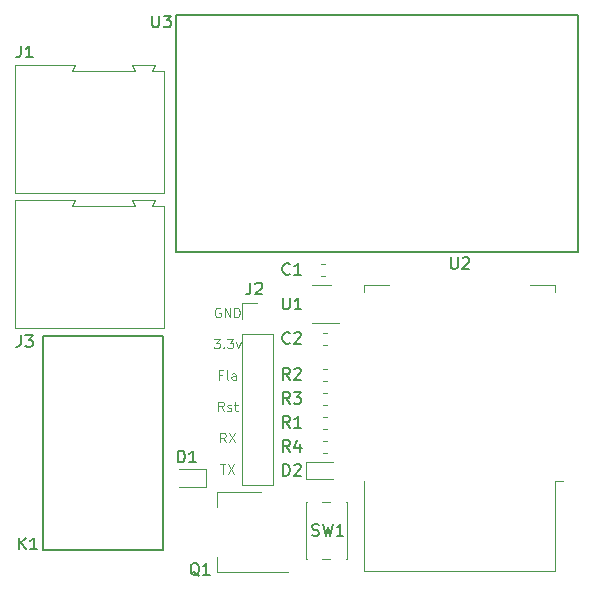
<source format=gto>
G04 #@! TF.GenerationSoftware,KiCad,Pcbnew,5.1.9-73d0e3b20d~88~ubuntu20.04.1*
G04 #@! TF.CreationDate,2021-03-26T20:06:38+01:00*
G04 #@! TF.ProjectId,AC Relay,41432052-656c-4617-992e-6b696361645f,rev?*
G04 #@! TF.SameCoordinates,Original*
G04 #@! TF.FileFunction,Legend,Top*
G04 #@! TF.FilePolarity,Positive*
%FSLAX46Y46*%
G04 Gerber Fmt 4.6, Leading zero omitted, Abs format (unit mm)*
G04 Created by KiCad (PCBNEW 5.1.9-73d0e3b20d~88~ubuntu20.04.1) date 2021-03-26 20:06:38*
%MOMM*%
%LPD*%
G01*
G04 APERTURE LIST*
%ADD10C,0.125000*%
%ADD11C,0.150000*%
%ADD12C,0.120000*%
G04 APERTURE END LIST*
D10*
X86766476Y-72858000D02*
X86690285Y-72819904D01*
X86576000Y-72819904D01*
X86461714Y-72858000D01*
X86385523Y-72934190D01*
X86347428Y-73010380D01*
X86309333Y-73162761D01*
X86309333Y-73277047D01*
X86347428Y-73429428D01*
X86385523Y-73505619D01*
X86461714Y-73581809D01*
X86576000Y-73619904D01*
X86652190Y-73619904D01*
X86766476Y-73581809D01*
X86804571Y-73543714D01*
X86804571Y-73277047D01*
X86652190Y-73277047D01*
X87147428Y-73619904D02*
X87147428Y-72819904D01*
X87604571Y-73619904D01*
X87604571Y-72819904D01*
X87985523Y-73619904D02*
X87985523Y-72819904D01*
X88176000Y-72819904D01*
X88290285Y-72858000D01*
X88366476Y-72934190D01*
X88404571Y-73010380D01*
X88442666Y-73162761D01*
X88442666Y-73277047D01*
X88404571Y-73429428D01*
X88366476Y-73505619D01*
X88290285Y-73581809D01*
X88176000Y-73619904D01*
X87985523Y-73619904D01*
X86233142Y-75469904D02*
X86728380Y-75469904D01*
X86461714Y-75774666D01*
X86576000Y-75774666D01*
X86652190Y-75812761D01*
X86690285Y-75850857D01*
X86728380Y-75927047D01*
X86728380Y-76117523D01*
X86690285Y-76193714D01*
X86652190Y-76231809D01*
X86576000Y-76269904D01*
X86347428Y-76269904D01*
X86271238Y-76231809D01*
X86233142Y-76193714D01*
X87071238Y-76193714D02*
X87109333Y-76231809D01*
X87071238Y-76269904D01*
X87033142Y-76231809D01*
X87071238Y-76193714D01*
X87071238Y-76269904D01*
X87376000Y-75469904D02*
X87871238Y-75469904D01*
X87604571Y-75774666D01*
X87718857Y-75774666D01*
X87795047Y-75812761D01*
X87833142Y-75850857D01*
X87871238Y-75927047D01*
X87871238Y-76117523D01*
X87833142Y-76193714D01*
X87795047Y-76231809D01*
X87718857Y-76269904D01*
X87490285Y-76269904D01*
X87414095Y-76231809D01*
X87376000Y-76193714D01*
X88137904Y-75736571D02*
X88328380Y-76269904D01*
X88518857Y-75736571D01*
X86918857Y-78500857D02*
X86652190Y-78500857D01*
X86652190Y-78919904D02*
X86652190Y-78119904D01*
X87033142Y-78119904D01*
X87452190Y-78919904D02*
X87376000Y-78881809D01*
X87337904Y-78805619D01*
X87337904Y-78119904D01*
X88099809Y-78919904D02*
X88099809Y-78500857D01*
X88061714Y-78424666D01*
X87985523Y-78386571D01*
X87833142Y-78386571D01*
X87756952Y-78424666D01*
X88099809Y-78881809D02*
X88023619Y-78919904D01*
X87833142Y-78919904D01*
X87756952Y-78881809D01*
X87718857Y-78805619D01*
X87718857Y-78729428D01*
X87756952Y-78653238D01*
X87833142Y-78615142D01*
X88023619Y-78615142D01*
X88099809Y-78577047D01*
X87071238Y-81569904D02*
X86804571Y-81188952D01*
X86614095Y-81569904D02*
X86614095Y-80769904D01*
X86918857Y-80769904D01*
X86995047Y-80808000D01*
X87033142Y-80846095D01*
X87071238Y-80922285D01*
X87071238Y-81036571D01*
X87033142Y-81112761D01*
X86995047Y-81150857D01*
X86918857Y-81188952D01*
X86614095Y-81188952D01*
X87376000Y-81531809D02*
X87452190Y-81569904D01*
X87604571Y-81569904D01*
X87680761Y-81531809D01*
X87718857Y-81455619D01*
X87718857Y-81417523D01*
X87680761Y-81341333D01*
X87604571Y-81303238D01*
X87490285Y-81303238D01*
X87414095Y-81265142D01*
X87376000Y-81188952D01*
X87376000Y-81150857D01*
X87414095Y-81074666D01*
X87490285Y-81036571D01*
X87604571Y-81036571D01*
X87680761Y-81074666D01*
X87947428Y-81036571D02*
X88252190Y-81036571D01*
X88061714Y-80769904D02*
X88061714Y-81455619D01*
X88099809Y-81531809D01*
X88176000Y-81569904D01*
X88252190Y-81569904D01*
X87242666Y-84219904D02*
X86976000Y-83838952D01*
X86785523Y-84219904D02*
X86785523Y-83419904D01*
X87090285Y-83419904D01*
X87166476Y-83458000D01*
X87204571Y-83496095D01*
X87242666Y-83572285D01*
X87242666Y-83686571D01*
X87204571Y-83762761D01*
X87166476Y-83800857D01*
X87090285Y-83838952D01*
X86785523Y-83838952D01*
X87509333Y-83419904D02*
X88042666Y-84219904D01*
X88042666Y-83419904D02*
X87509333Y-84219904D01*
X86766476Y-86069904D02*
X87223619Y-86069904D01*
X86995047Y-86869904D02*
X86995047Y-86069904D01*
X87414095Y-86069904D02*
X87947428Y-86869904D01*
X87947428Y-86069904D02*
X87414095Y-86869904D01*
D11*
X83058000Y-68072000D02*
X83058000Y-48006000D01*
X83058000Y-48006000D02*
X117094000Y-48006000D01*
X117094000Y-48006000D02*
X117094000Y-68072000D01*
X117094000Y-68072000D02*
X83058000Y-68072000D01*
X81915000Y-93345000D02*
X81915000Y-75184000D01*
X81915000Y-75184000D02*
X71755000Y-75184000D01*
X71755000Y-75184000D02*
X71755000Y-93345000D01*
X71755000Y-93345000D02*
X81915000Y-93345000D01*
D12*
X85559000Y-86514000D02*
X83274000Y-86514000D01*
X85559000Y-87984000D02*
X85559000Y-86514000D01*
X83274000Y-87984000D02*
X85559000Y-87984000D01*
X96177000Y-70917000D02*
X94577000Y-70917000D01*
X94577000Y-74117000D02*
X96877000Y-74117000D01*
X97508000Y-94144000D02*
X97408000Y-94144000D01*
X94008000Y-94144000D02*
X94108000Y-94144000D01*
X94108000Y-89244000D02*
X94008000Y-89244000D01*
X97508000Y-89244000D02*
X97408000Y-89244000D01*
X96108000Y-89244000D02*
X95408000Y-89244000D01*
X96108000Y-94144000D02*
X95408000Y-94144000D01*
X97508000Y-94144000D02*
X97508000Y-89244000D01*
X94008000Y-89244000D02*
X94008000Y-94144000D01*
X95468221Y-75948000D02*
X95793779Y-75948000D01*
X95468221Y-74928000D02*
X95793779Y-74928000D01*
X95666779Y-70106000D02*
X95341221Y-70106000D01*
X95666779Y-69086000D02*
X95341221Y-69086000D01*
X88586000Y-87817000D02*
X91246000Y-87817000D01*
X88586000Y-75057000D02*
X88586000Y-87817000D01*
X91246000Y-75057000D02*
X91246000Y-87817000D01*
X88586000Y-75057000D02*
X91246000Y-75057000D01*
X88586000Y-73787000D02*
X88586000Y-72457000D01*
X88586000Y-72457000D02*
X89916000Y-72457000D01*
X96304000Y-85879000D02*
X94019000Y-85879000D01*
X94019000Y-85879000D02*
X94019000Y-87349000D01*
X94019000Y-87349000D02*
X96304000Y-87349000D01*
X115161000Y-95138000D02*
X98921000Y-95138000D01*
X98921000Y-95138000D02*
X98921000Y-87518000D01*
X98921000Y-71518000D02*
X98921000Y-70898000D01*
X98921000Y-70898000D02*
X101041000Y-70898000D01*
X113041000Y-70898000D02*
X115161000Y-70898000D01*
X115161000Y-70898000D02*
X115161000Y-71518000D01*
X115161000Y-87518000D02*
X115161000Y-95138000D01*
X115161000Y-87518000D02*
X115771000Y-87518000D01*
X95802267Y-82040000D02*
X95459733Y-82040000D01*
X95802267Y-83060000D02*
X95459733Y-83060000D01*
X95459733Y-77976000D02*
X95802267Y-77976000D01*
X95459733Y-78996000D02*
X95802267Y-78996000D01*
X95802267Y-80008000D02*
X95459733Y-80008000D01*
X95802267Y-81028000D02*
X95459733Y-81028000D01*
X95802267Y-85092000D02*
X95459733Y-85092000D01*
X95802267Y-84072000D02*
X95459733Y-84072000D01*
X69392000Y-63682000D02*
X69392000Y-74532000D01*
X74492000Y-63682000D02*
X69392000Y-63682000D01*
X74192000Y-64182000D02*
X74492000Y-63682000D01*
X79592000Y-64182000D02*
X74192000Y-64182000D01*
X79342000Y-63682000D02*
X79592000Y-64182000D01*
X79392000Y-63682000D02*
X79342000Y-63682000D01*
X81292000Y-63682000D02*
X79392000Y-63682000D01*
X81042000Y-64182000D02*
X81292000Y-63682000D01*
X81992000Y-64182000D02*
X81042000Y-64182000D01*
X81992000Y-74532000D02*
X81992000Y-64182000D01*
X69392000Y-74532000D02*
X81992000Y-74532000D01*
X69392000Y-63102000D02*
X81992000Y-63102000D01*
X81992000Y-63102000D02*
X81992000Y-52752000D01*
X81992000Y-52752000D02*
X81042000Y-52752000D01*
X81042000Y-52752000D02*
X81292000Y-52252000D01*
X81292000Y-52252000D02*
X79392000Y-52252000D01*
X79392000Y-52252000D02*
X79342000Y-52252000D01*
X79342000Y-52252000D02*
X79592000Y-52752000D01*
X79592000Y-52752000D02*
X74192000Y-52752000D01*
X74192000Y-52752000D02*
X74492000Y-52252000D01*
X74492000Y-52252000D02*
X69392000Y-52252000D01*
X69392000Y-52252000D02*
X69392000Y-63102000D01*
X86482000Y-88411000D02*
X86482000Y-89671000D01*
X86482000Y-95231000D02*
X86482000Y-93971000D01*
X90242000Y-88411000D02*
X86482000Y-88411000D01*
X92492000Y-95231000D02*
X86482000Y-95231000D01*
D11*
X81026095Y-48093380D02*
X81026095Y-48902904D01*
X81073714Y-48998142D01*
X81121333Y-49045761D01*
X81216571Y-49093380D01*
X81407047Y-49093380D01*
X81502285Y-49045761D01*
X81549904Y-48998142D01*
X81597523Y-48902904D01*
X81597523Y-48093380D01*
X81978476Y-48093380D02*
X82597523Y-48093380D01*
X82264190Y-48474333D01*
X82407047Y-48474333D01*
X82502285Y-48521952D01*
X82549904Y-48569571D01*
X82597523Y-48664809D01*
X82597523Y-48902904D01*
X82549904Y-48998142D01*
X82502285Y-49045761D01*
X82407047Y-49093380D01*
X82121333Y-49093380D01*
X82026095Y-49045761D01*
X81978476Y-48998142D01*
X69746904Y-93289380D02*
X69746904Y-92289380D01*
X70318333Y-93289380D02*
X69889761Y-92717952D01*
X70318333Y-92289380D02*
X69746904Y-92860809D01*
X71270714Y-93289380D02*
X70699285Y-93289380D01*
X70985000Y-93289380D02*
X70985000Y-92289380D01*
X70889761Y-92432238D01*
X70794523Y-92527476D01*
X70699285Y-92575095D01*
X83208904Y-85923380D02*
X83208904Y-84923380D01*
X83447000Y-84923380D01*
X83589857Y-84971000D01*
X83685095Y-85066238D01*
X83732714Y-85161476D01*
X83780333Y-85351952D01*
X83780333Y-85494809D01*
X83732714Y-85685285D01*
X83685095Y-85780523D01*
X83589857Y-85875761D01*
X83447000Y-85923380D01*
X83208904Y-85923380D01*
X84732714Y-85923380D02*
X84161285Y-85923380D01*
X84447000Y-85923380D02*
X84447000Y-84923380D01*
X84351761Y-85066238D01*
X84256523Y-85161476D01*
X84161285Y-85209095D01*
X92075095Y-71969380D02*
X92075095Y-72778904D01*
X92122714Y-72874142D01*
X92170333Y-72921761D01*
X92265571Y-72969380D01*
X92456047Y-72969380D01*
X92551285Y-72921761D01*
X92598904Y-72874142D01*
X92646523Y-72778904D01*
X92646523Y-71969380D01*
X93646523Y-72969380D02*
X93075095Y-72969380D01*
X93360809Y-72969380D02*
X93360809Y-71969380D01*
X93265571Y-72112238D01*
X93170333Y-72207476D01*
X93075095Y-72255095D01*
X94551666Y-92098761D02*
X94694523Y-92146380D01*
X94932619Y-92146380D01*
X95027857Y-92098761D01*
X95075476Y-92051142D01*
X95123095Y-91955904D01*
X95123095Y-91860666D01*
X95075476Y-91765428D01*
X95027857Y-91717809D01*
X94932619Y-91670190D01*
X94742142Y-91622571D01*
X94646904Y-91574952D01*
X94599285Y-91527333D01*
X94551666Y-91432095D01*
X94551666Y-91336857D01*
X94599285Y-91241619D01*
X94646904Y-91194000D01*
X94742142Y-91146380D01*
X94980238Y-91146380D01*
X95123095Y-91194000D01*
X95456428Y-91146380D02*
X95694523Y-92146380D01*
X95885000Y-91432095D01*
X96075476Y-92146380D01*
X96313571Y-91146380D01*
X97218333Y-92146380D02*
X96646904Y-92146380D01*
X96932619Y-92146380D02*
X96932619Y-91146380D01*
X96837380Y-91289238D01*
X96742142Y-91384476D01*
X96646904Y-91432095D01*
X92670333Y-75795142D02*
X92622714Y-75842761D01*
X92479857Y-75890380D01*
X92384619Y-75890380D01*
X92241761Y-75842761D01*
X92146523Y-75747523D01*
X92098904Y-75652285D01*
X92051285Y-75461809D01*
X92051285Y-75318952D01*
X92098904Y-75128476D01*
X92146523Y-75033238D01*
X92241761Y-74938000D01*
X92384619Y-74890380D01*
X92479857Y-74890380D01*
X92622714Y-74938000D01*
X92670333Y-74985619D01*
X93051285Y-74985619D02*
X93098904Y-74938000D01*
X93194142Y-74890380D01*
X93432238Y-74890380D01*
X93527476Y-74938000D01*
X93575095Y-74985619D01*
X93622714Y-75080857D01*
X93622714Y-75176095D01*
X93575095Y-75318952D01*
X93003666Y-75890380D01*
X93622714Y-75890380D01*
X92670333Y-69953142D02*
X92622714Y-70000761D01*
X92479857Y-70048380D01*
X92384619Y-70048380D01*
X92241761Y-70000761D01*
X92146523Y-69905523D01*
X92098904Y-69810285D01*
X92051285Y-69619809D01*
X92051285Y-69476952D01*
X92098904Y-69286476D01*
X92146523Y-69191238D01*
X92241761Y-69096000D01*
X92384619Y-69048380D01*
X92479857Y-69048380D01*
X92622714Y-69096000D01*
X92670333Y-69143619D01*
X93622714Y-70048380D02*
X93051285Y-70048380D01*
X93337000Y-70048380D02*
X93337000Y-69048380D01*
X93241761Y-69191238D01*
X93146523Y-69286476D01*
X93051285Y-69334095D01*
X89328666Y-70699380D02*
X89328666Y-71413666D01*
X89281047Y-71556523D01*
X89185809Y-71651761D01*
X89042952Y-71699380D01*
X88947714Y-71699380D01*
X89757238Y-70794619D02*
X89804857Y-70747000D01*
X89900095Y-70699380D01*
X90138190Y-70699380D01*
X90233428Y-70747000D01*
X90281047Y-70794619D01*
X90328666Y-70889857D01*
X90328666Y-70985095D01*
X90281047Y-71127952D01*
X89709619Y-71699380D01*
X90328666Y-71699380D01*
X92098904Y-87066380D02*
X92098904Y-86066380D01*
X92337000Y-86066380D01*
X92479857Y-86114000D01*
X92575095Y-86209238D01*
X92622714Y-86304476D01*
X92670333Y-86494952D01*
X92670333Y-86637809D01*
X92622714Y-86828285D01*
X92575095Y-86923523D01*
X92479857Y-87018761D01*
X92337000Y-87066380D01*
X92098904Y-87066380D01*
X93051285Y-86161619D02*
X93098904Y-86114000D01*
X93194142Y-86066380D01*
X93432238Y-86066380D01*
X93527476Y-86114000D01*
X93575095Y-86161619D01*
X93622714Y-86256857D01*
X93622714Y-86352095D01*
X93575095Y-86494952D01*
X93003666Y-87066380D01*
X93622714Y-87066380D01*
X106299095Y-68540380D02*
X106299095Y-69349904D01*
X106346714Y-69445142D01*
X106394333Y-69492761D01*
X106489571Y-69540380D01*
X106680047Y-69540380D01*
X106775285Y-69492761D01*
X106822904Y-69445142D01*
X106870523Y-69349904D01*
X106870523Y-68540380D01*
X107299095Y-68635619D02*
X107346714Y-68588000D01*
X107441952Y-68540380D01*
X107680047Y-68540380D01*
X107775285Y-68588000D01*
X107822904Y-68635619D01*
X107870523Y-68730857D01*
X107870523Y-68826095D01*
X107822904Y-68968952D01*
X107251476Y-69540380D01*
X107870523Y-69540380D01*
X92670333Y-83002380D02*
X92337000Y-82526190D01*
X92098904Y-83002380D02*
X92098904Y-82002380D01*
X92479857Y-82002380D01*
X92575095Y-82050000D01*
X92622714Y-82097619D01*
X92670333Y-82192857D01*
X92670333Y-82335714D01*
X92622714Y-82430952D01*
X92575095Y-82478571D01*
X92479857Y-82526190D01*
X92098904Y-82526190D01*
X93622714Y-83002380D02*
X93051285Y-83002380D01*
X93337000Y-83002380D02*
X93337000Y-82002380D01*
X93241761Y-82145238D01*
X93146523Y-82240476D01*
X93051285Y-82288095D01*
X92670333Y-78938380D02*
X92337000Y-78462190D01*
X92098904Y-78938380D02*
X92098904Y-77938380D01*
X92479857Y-77938380D01*
X92575095Y-77986000D01*
X92622714Y-78033619D01*
X92670333Y-78128857D01*
X92670333Y-78271714D01*
X92622714Y-78366952D01*
X92575095Y-78414571D01*
X92479857Y-78462190D01*
X92098904Y-78462190D01*
X93051285Y-78033619D02*
X93098904Y-77986000D01*
X93194142Y-77938380D01*
X93432238Y-77938380D01*
X93527476Y-77986000D01*
X93575095Y-78033619D01*
X93622714Y-78128857D01*
X93622714Y-78224095D01*
X93575095Y-78366952D01*
X93003666Y-78938380D01*
X93622714Y-78938380D01*
X92670333Y-80970380D02*
X92337000Y-80494190D01*
X92098904Y-80970380D02*
X92098904Y-79970380D01*
X92479857Y-79970380D01*
X92575095Y-80018000D01*
X92622714Y-80065619D01*
X92670333Y-80160857D01*
X92670333Y-80303714D01*
X92622714Y-80398952D01*
X92575095Y-80446571D01*
X92479857Y-80494190D01*
X92098904Y-80494190D01*
X93003666Y-79970380D02*
X93622714Y-79970380D01*
X93289380Y-80351333D01*
X93432238Y-80351333D01*
X93527476Y-80398952D01*
X93575095Y-80446571D01*
X93622714Y-80541809D01*
X93622714Y-80779904D01*
X93575095Y-80875142D01*
X93527476Y-80922761D01*
X93432238Y-80970380D01*
X93146523Y-80970380D01*
X93051285Y-80922761D01*
X93003666Y-80875142D01*
X92670333Y-85034380D02*
X92337000Y-84558190D01*
X92098904Y-85034380D02*
X92098904Y-84034380D01*
X92479857Y-84034380D01*
X92575095Y-84082000D01*
X92622714Y-84129619D01*
X92670333Y-84224857D01*
X92670333Y-84367714D01*
X92622714Y-84462952D01*
X92575095Y-84510571D01*
X92479857Y-84558190D01*
X92098904Y-84558190D01*
X93527476Y-84367714D02*
X93527476Y-85034380D01*
X93289380Y-83986761D02*
X93051285Y-84701047D01*
X93670333Y-84701047D01*
X69897666Y-75144380D02*
X69897666Y-75858666D01*
X69850047Y-76001523D01*
X69754809Y-76096761D01*
X69611952Y-76144380D01*
X69516714Y-76144380D01*
X70278619Y-75144380D02*
X70897666Y-75144380D01*
X70564333Y-75525333D01*
X70707190Y-75525333D01*
X70802428Y-75572952D01*
X70850047Y-75620571D01*
X70897666Y-75715809D01*
X70897666Y-75953904D01*
X70850047Y-76049142D01*
X70802428Y-76096761D01*
X70707190Y-76144380D01*
X70421476Y-76144380D01*
X70326238Y-76096761D01*
X70278619Y-76049142D01*
X69897666Y-50633380D02*
X69897666Y-51347666D01*
X69850047Y-51490523D01*
X69754809Y-51585761D01*
X69611952Y-51633380D01*
X69516714Y-51633380D01*
X70897666Y-51633380D02*
X70326238Y-51633380D01*
X70611952Y-51633380D02*
X70611952Y-50633380D01*
X70516714Y-50776238D01*
X70421476Y-50871476D01*
X70326238Y-50919095D01*
X84994761Y-95543619D02*
X84899523Y-95496000D01*
X84804285Y-95400761D01*
X84661428Y-95257904D01*
X84566190Y-95210285D01*
X84470952Y-95210285D01*
X84518571Y-95448380D02*
X84423333Y-95400761D01*
X84328095Y-95305523D01*
X84280476Y-95115047D01*
X84280476Y-94781714D01*
X84328095Y-94591238D01*
X84423333Y-94496000D01*
X84518571Y-94448380D01*
X84709047Y-94448380D01*
X84804285Y-94496000D01*
X84899523Y-94591238D01*
X84947142Y-94781714D01*
X84947142Y-95115047D01*
X84899523Y-95305523D01*
X84804285Y-95400761D01*
X84709047Y-95448380D01*
X84518571Y-95448380D01*
X85899523Y-95448380D02*
X85328095Y-95448380D01*
X85613809Y-95448380D02*
X85613809Y-94448380D01*
X85518571Y-94591238D01*
X85423333Y-94686476D01*
X85328095Y-94734095D01*
M02*

</source>
